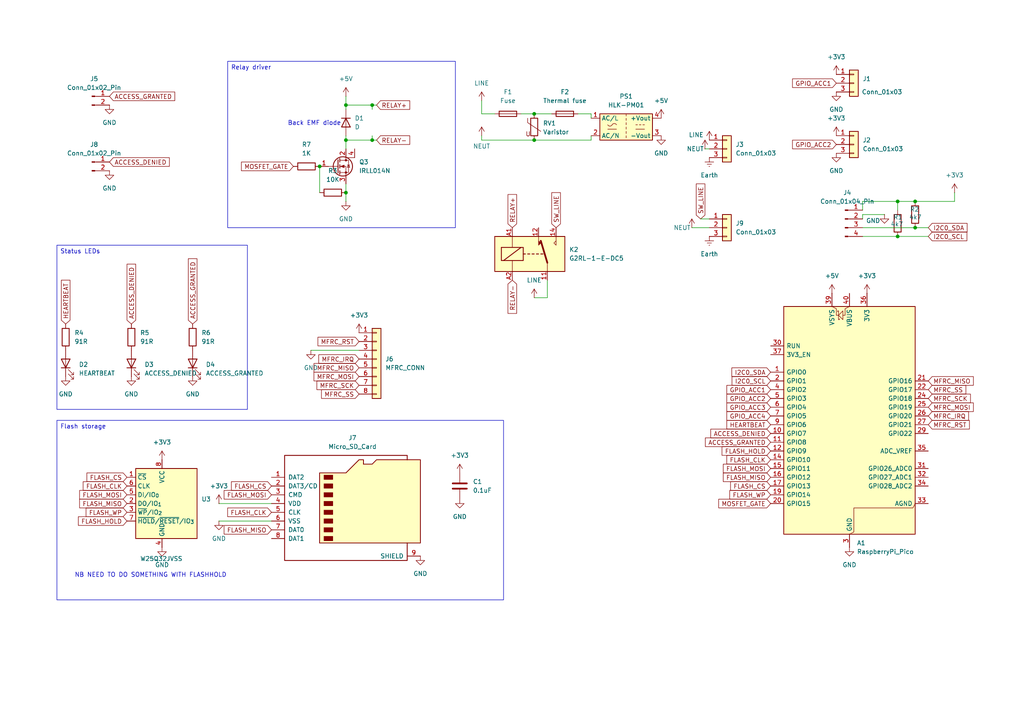
<source format=kicad_sch>
(kicad_sch (version 20250114) (generator "eeschema") (generator_version "9.0")
  (paper "A4")
  (lib_symbols
    (symbol "Connector:Conn_01x02_Pin" (pin_names (offset 1.016) (hide yes))
      (property "Reference" "J" (at 0 2.54 0))
      (property "Value" "Conn_01x02_Pin" (at 0 -5.08 0))
      (symbol "Conn_01x02_Pin_1_1"
        (rectangle (start 0.8636 0.127) (end 0 -0.127) (stroke (width 0.1524)) (fill (type outline)))
        (rectangle (start 0.8636 -2.413) (end 0 -2.667) (stroke (width 0.1524)) (fill (type outline)))
        (polyline (pts (xy 1.27 0) (xy 0.8636 0)) (stroke (width 0.1524)))
        (polyline (pts (xy 1.27 -2.54) (xy 0.8636 -2.54)) (stroke (width 0.1524)))
        (pin passive line (at 5.08 0 180) (length 3.81) (name "Pin_1") (number "1"))
        (pin passive line (at 5.08 -2.54 180) (length 3.81) (name "Pin_2") (number "2"))
      )
    )
    (symbol "Connector:Conn_01x04_Pin" (pin_names (offset 1.016) (hide yes))
      (property "Reference" "J" (at 0 5.08 0))
      (property "Value" "Conn_01x04_Pin" (at 0 -7.62 0))
      (symbol "Conn_01x04_Pin_1_1"
        (rectangle (start 0.8636 2.667) (end 0 2.413) (stroke (width 0.1524)) (fill (type outline)))
        (rectangle (start 0.8636 0.127) (end 0 -0.127) (stroke (width 0.1524)) (fill (type outline)))
        (rectangle (start 0.8636 -2.413) (end 0 -2.667) (stroke (width 0.1524)) (fill (type outline)))
        (rectangle (start 0.8636 -4.953) (end 0 -5.207) (stroke (width 0.1524)) (fill (type outline)))
        (polyline (pts (xy 1.27 2.54) (xy 0.8636 2.54)) (stroke (width 0.1524)))
        (polyline (pts (xy 1.27 0) (xy 0.8636 0)) (stroke (width 0.1524)))
        (polyline (pts (xy 1.27 -2.54) (xy 0.8636 -2.54)) (stroke (width 0.1524)))
        (polyline (pts (xy 1.27 -5.08) (xy 0.8636 -5.08)) (stroke (width 0.1524)))
        (pin passive line (at 5.08 2.54 180) (length 3.81) (name "Pin_1") (number "1"))
        (pin passive line (at 5.08 0 180) (length 3.81) (name "Pin_2") (number "2"))
        (pin passive line (at 5.08 -2.54 180) (length 3.81) (name "Pin_3") (number "3"))
        (pin passive line (at 5.08 -5.08 180) (length 3.81) (name "Pin_4") (number "4"))
      )
    )
    (symbol "Connector:Micro_SD_Card" (pin_names (offset 1.016))
      (property "Reference" "J" (at -16.51 15.24 0))
      (property "Value" "Micro_SD_Card" (at 16.51 15.24 0))
      (symbol "Micro_SD_Card_0_1"
        (polyline (pts (xy -8.89 -11.43) (xy -8.89 8.89) (xy -1.27 8.89) (xy 2.54 12.7) (xy 3.81 12.7) (xy 3.81 11.43) (xy 6.35 11.43) (xy 7.62 12.7) (xy 20.32 12.7) (xy 20.32 -11.43) (xy -8.89 -11.43)) (stroke (width 0.254)) (fill (type background)))
        (rectangle (start -7.62 8.255) (end -5.08 6.985) (fill (type outline)))
        (rectangle (start -7.62 5.715) (end -5.08 4.445) (fill (type outline)))
        (rectangle (start -7.62 3.175) (end -5.08 1.905) (fill (type outline)))
        (rectangle (start -7.62 0.635) (end -5.08 -0.635) (fill (type outline)))
        (rectangle (start -7.62 -1.905) (end -5.08 -3.175) (fill (type outline)))
        (rectangle (start -7.62 -4.445) (end -5.08 -5.715) (fill (type outline)))
        (rectangle (start -7.62 -6.985) (end -5.08 -8.255) (fill (type outline)))
        (rectangle (start -7.62 -9.525) (end -5.08 -10.795) (fill (type outline)))
        (polyline (pts (xy 16.51 12.7) (xy 16.51 13.97) (xy -19.05 13.97) (xy -19.05 -16.51) (xy 16.51 -16.51) (xy 16.51 -11.43)) (stroke (width 0.254)))
      )
      (symbol "Micro_SD_Card_1_1"
        (pin bidirectional line (at -22.86 7.62 0) (length 3.81) (name "DAT2") (number "1"))
        (pin bidirectional line (at -22.86 5.08 0) (length 3.81) (name "DAT3/CD") (number "2"))
        (pin input line (at -22.86 2.54 0) (length 3.81) (name "CMD") (number "3"))
        (pin power_in line (at -22.86 0 0) (length 3.81) (name "VDD") (number "4"))
        (pin input line (at -22.86 -2.54 0) (length 3.81) (name "CLK") (number "5"))
        (pin power_in line (at -22.86 -5.08 0) (length 3.81) (name "VSS") (number "6"))
        (pin bidirectional line (at -22.86 -7.62 0) (length 3.81) (name "DAT0") (number "7"))
        (pin bidirectional line (at -22.86 -10.16 0) (length 3.81) (name "DAT1") (number "8"))
        (pin passive line (at 20.32 -15.24 180) (length 3.81) (name "SHIELD") (number "9"))
      )
    )
    (symbol "Connector_Generic:Conn_01x03" (pin_names (offset 1.016) (hide yes))
      (property "Reference" "J" (at 0 5.08 0))
      (property "Value" "Conn_01x03" (at 0 -5.08 0))
      (symbol "Conn_01x03_1_1"
        (rectangle (start -1.27 3.81) (end 1.27 -3.81) (stroke (width 0.254)) (fill (type background)))
        (rectangle (start -1.27 2.667) (end 0 2.413) (stroke (width 0.1524)))
        (rectangle (start -1.27 0.127) (end 0 -0.127) (stroke (width 0.1524)))
        (rectangle (start -1.27 -2.413) (end 0 -2.667) (stroke (width 0.1524)))
        (pin passive line (at -5.08 2.54 0) (length 3.81) (name "Pin_1") (number "1"))
        (pin passive line (at -5.08 0 0) (length 3.81) (name "Pin_2") (number "2"))
        (pin passive line (at -5.08 -2.54 0) (length 3.81) (name "Pin_3") (number "3"))
      )
    )
    (symbol "Connector_Generic:Conn_01x08" (pin_names (offset 1.016) (hide yes))
      (property "Reference" "J" (at 0 10.16 0))
      (property "Value" "Conn_01x08" (at 0 -12.7 0))
      (symbol "Conn_01x08_1_1"
        (rectangle (start -1.27 8.89) (end 1.27 -11.43) (stroke (width 0.254)) (fill (type background)))
        (rectangle (start -1.27 7.747) (end 0 7.493) (stroke (width 0.1524)))
        (rectangle (start -1.27 5.207) (end 0 4.953) (stroke (width 0.1524)))
        (rectangle (start -1.27 2.667) (end 0 2.413) (stroke (width 0.1524)))
        (rectangle (start -1.27 0.127) (end 0 -0.127) (stroke (width 0.1524)))
        (rectangle (start -1.27 -2.413) (end 0 -2.667) (stroke (width 0.1524)))
        (rectangle (start -1.27 -4.953) (end 0 -5.207) (stroke (width 0.1524)))
        (rectangle (start -1.27 -7.493) (end 0 -7.747) (stroke (width 0.1524)))
        (rectangle (start -1.27 -10.033) (end 0 -10.287) (stroke (width 0.1524)))
        (pin passive line (at -5.08 7.62 0) (length 3.81) (name "Pin_1") (number "1"))
        (pin passive line (at -5.08 5.08 0) (length 3.81) (name "Pin_2") (number "2"))
        (pin passive line (at -5.08 2.54 0) (length 3.81) (name "Pin_3") (number "3"))
        (pin passive line (at -5.08 0 0) (length 3.81) (name "Pin_4") (number "4"))
        (pin passive line (at -5.08 -2.54 0) (length 3.81) (name "Pin_5") (number "5"))
        (pin passive line (at -5.08 -5.08 0) (length 3.81) (name "Pin_6") (number "6"))
        (pin passive line (at -5.08 -7.62 0) (length 3.81) (name "Pin_7") (number "7"))
        (pin passive line (at -5.08 -10.16 0) (length 3.81) (name "Pin_8") (number "8"))
      )
    )
    (symbol "Converter_ACDC:HLK-PM01"
      (property "Reference" "PS" (at 0 5.08 0))
      (property "Value" "HLK-PM01" (at 0 -5.08 0))
      (symbol "HLK-PM01_0_1"
        (rectangle (start -7.62 3.81) (end 7.62 -3.81) (stroke (width 0.254)) (fill (type background)))
        (polyline (pts (xy -5.334 -0.635) (xy -2.794 -0.635)))
        (arc (start -4.064 0.635) (mid -4.699 0.2495) (end -5.334 0.635))
        (arc (start -4.064 0.635) (mid -3.429 1.0072) (end -2.794 0.635))
        (polyline (pts (xy 0 3.81) (xy 0 3.175)))
        (polyline (pts (xy 0 2.54) (xy 0 1.905)))
        (polyline (pts (xy 0 1.27) (xy 0 0.635)))
        (polyline (pts (xy 0 0) (xy 0 -0.635)))
        (polyline (pts (xy 0 -1.27) (xy 0 -1.905)))
        (polyline (pts (xy 0 -2.54) (xy 0 -3.175)))
        (polyline (pts (xy 2.794 0.635) (xy 3.302 0.635)))
        (polyline (pts (xy 2.794 -0.635) (xy 5.334 -0.635)))
        (polyline (pts (xy 3.81 0.635) (xy 4.318 0.635)))
        (polyline (pts (xy 4.826 0.635) (xy 5.334 0.635)))
      )
      (symbol "HLK-PM01_1_1"
        (pin power_in line (at -10.16 2.54 0) (length 2.54) (name "AC/L") (number "1"))
        (pin power_in line (at -10.16 -2.54 0) (length 2.54) (name "AC/N") (number "2"))
        (pin power_out line (at 10.16 2.54 180) (length 2.54) (name "+Vout") (number "4"))
        (pin power_out line (at 10.16 -2.54 180) (length 2.54) (name "-Vout") (number "3"))
      )
    )
    (symbol "Device:C" (pin_numbers (hide yes)) (pin_names (offset 0.254))
      (property "Reference" "C" (at 0.635 2.54 0))
      (property "Value" "C" (at 0.635 -2.54 0))
      (symbol "C_0_1"
        (polyline (pts (xy -2.032 0.762) (xy 2.032 0.762)) (stroke (width 0.508)))
        (polyline (pts (xy -2.032 -0.762) (xy 2.032 -0.762)) (stroke (width 0.508)))
      )
      (symbol "C_1_1"
        (pin passive line (at 0 3.81 270) (length 2.794) (name "~") (number "1"))
        (pin passive line (at 0 -3.81 90) (length 2.794) (name "~") (number "2"))
      )
    )
    (symbol "Device:D" (pin_numbers (hide yes)) (pin_names (offset 1.016) (hide yes))
      (property "Reference" "D" (at 0 2.54 0))
      (property "Value" "D" (at 0 -2.54 0))
      (symbol "D_0_1"
        (polyline (pts (xy -1.27 1.27) (xy -1.27 -1.27)) (stroke (width 0.254)))
        (polyline (pts (xy 1.27 1.27) (xy 1.27 -1.27) (xy -1.27 0) (xy 1.27 1.27)) (stroke (width 0.254)))
        (polyline (pts (xy 1.27 0) (xy -1.27 0)))
      )
      (symbol "D_1_1"
        (pin passive line (at -3.81 0 0) (length 2.54) (name "K") (number "1"))
        (pin passive line (at 3.81 0 180) (length 2.54) (name "A") (number "2"))
      )
    )
    (symbol "Device:Fuse" (pin_numbers (hide yes)) (pin_names (offset 0))
      (property "Reference" "F" (at 2.032 0 90))
      (property "Value" "Fuse" (at -1.905 0 90))
      (symbol "Fuse_0_1"
        (rectangle (start -0.762 -2.54) (end 0.762 2.54) (stroke (width 0.254)))
        (polyline (pts (xy 0 2.54) (xy 0 -2.54)))
      )
      (symbol "Fuse_1_1"
        (pin passive line (at 0 3.81 270) (length 1.27) (name "~") (number "1"))
        (pin passive line (at 0 -3.81 90) (length 1.27) (name "~") (number "2"))
      )
    )
    (symbol "Device:LED" (pin_numbers (hide yes)) (pin_names (offset 1.016) (hide yes))
      (property "Reference" "D" (at 0 2.54 0))
      (property "Value" "LED" (at 0 -2.54 0))
      (symbol "LED_0_1"
        (polyline (pts (xy -3.048 -0.762) (xy -4.572 -2.286) (xy -3.81 -2.286) (xy -4.572 -2.286) (xy -4.572 -1.524)))
        (polyline (pts (xy -1.778 -0.762) (xy -3.302 -2.286) (xy -2.54 -2.286) (xy -3.302 -2.286) (xy -3.302 -1.524)))
        (polyline (pts (xy -1.27 0) (xy 1.27 0)))
        (polyline (pts (xy -1.27 -1.27) (xy -1.27 1.27)) (stroke (width 0.254)))
        (polyline (pts (xy 1.27 -1.27) (xy 1.27 1.27) (xy -1.27 0) (xy 1.27 -1.27)) (stroke (width 0.254)))
      )
      (symbol "LED_1_1"
        (pin passive line (at -3.81 0 0) (length 2.54) (name "K") (number "1"))
        (pin passive line (at 3.81 0 180) (length 2.54) (name "A") (number "2"))
      )
    )
    (symbol "Device:R" (pin_numbers (hide yes)) (pin_names (offset 0))
      (property "Reference" "R" (at 2.032 0 90))
      (property "Value" "R" (at 0 0 90))
      (symbol "R_0_1"
        (rectangle (start -1.016 -2.54) (end 1.016 2.54) (stroke (width 0.254)))
      )
      (symbol "R_1_1"
        (pin passive line (at 0 3.81 270) (length 1.27) (name "~") (number "1"))
        (pin passive line (at 0 -3.81 90) (length 1.27) (name "~") (number "2"))
      )
    )
    (symbol "Device:Varistor" (pin_numbers (hide yes)) (pin_names (offset 0))
      (property "Reference" "RV" (at 3.175 0 90))
      (property "Value" "Varistor" (at -3.175 0 90))
      (symbol "Varistor_0_0"
        (text "U" (at -1.778 -2.032 0) (effects (font (size 1.27 1.27))))
      )
      (symbol "Varistor_0_1"
        (polyline (pts (xy -1.905 2.54) (xy -1.905 1.27) (xy 1.905 -1.27)))
        (rectangle (start -1.016 -2.54) (end 1.016 2.54) (stroke (width 0.254)))
      )
      (symbol "Varistor_1_1"
        (pin passive line (at 0 3.81 270) (length 1.27) (name "~") (number "1"))
        (pin passive line (at 0 -3.81 90) (length 1.27) (name "~") (number "2"))
      )
    )
    (symbol "MCU_Module:RaspberryPi_Pico" (pin_names (offset 0.762))
      (property "Reference" "A" (at -19.05 35.56 0))
      (property "Value" "RaspberryPi_Pico" (at 7.62 35.56 0))
      (symbol "RaspberryPi_Pico_0_1"
        (rectangle (start -19.05 34.29) (end 19.05 -31.75) (stroke (width 0.254)) (fill (type background)))
        (polyline (pts (xy -5.08 34.29) (xy -3.81 33.655) (xy -3.81 31.75) (xy -3.175 31.75)))
        (polyline (pts (xy -3.429 32.766) (xy -3.429 33.02) (xy -3.175 33.02) (xy -3.175 30.48) (xy -2.921 30.48) (xy -2.921 30.734)))
        (polyline (pts (xy -3.175 31.75) (xy -1.905 33.02) (xy -1.905 30.48) (xy -3.175 31.75)))
        (polyline (pts (xy 0 34.29) (xy -1.27 33.655) (xy -1.27 31.75) (xy -1.905 31.75)))
        (polyline (pts (xy 0 -31.75) (xy 1.27 -31.115) (xy 1.27 -24.13) (xy 18.415 -24.13) (xy 19.05 -22.86)))
      )
      (symbol "RaspberryPi_Pico_1_1"
        (pin passive line (at -22.86 22.86 0) (length 3.81) (name "RUN") (number "30"))
        (pin passive line (at -22.86 20.32 0) (length 3.81) (name "3V3_EN") (number "37"))
        (pin bidirectional line (at -22.86 15.24 0) (length 3.81) (name "GPIO0") (number "1"))
        (pin bidirectional line (at -22.86 12.7 0) (length 3.81) (name "GPIO1") (number "2"))
        (pin bidirectional line (at -22.86 10.16 0) (length 3.81) (name "GPIO2") (number "4"))
        (pin bidirectional line (at -22.86 7.62 0) (length 3.81) (name "GPIO3") (number "5"))
        (pin bidirectional line (at -22.86 5.08 0) (length 3.81) (name "GPIO4") (number "6"))
        (pin bidirectional line (at -22.86 2.54 0) (length 3.81) (name "GPIO5") (number "7"))
        (pin bidirectional line (at -22.86 0 0) (length 3.81) (name "GPIO6") (number "9"))
        (pin bidirectional line (at -22.86 -2.54 0) (length 3.81) (name "GPIO7") (number "10"))
        (pin bidirectional line (at -22.86 -5.08 0) (length 3.81) (name "GPIO8") (number "11"))
        (pin bidirectional line (at -22.86 -7.62 0) (length 3.81) (name "GPIO9") (number "12"))
        (pin bidirectional line (at -22.86 -10.16 0) (length 3.81) (name "GPIO10") (number "14"))
        (pin bidirectional line (at -22.86 -12.7 0) (length 3.81) (name "GPIO11") (number "15"))
        (pin bidirectional line (at -22.86 -15.24 0) (length 3.81) (name "GPIO12") (number "16"))
        (pin bidirectional line (at -22.86 -17.78 0) (length 3.81) (name "GPIO13") (number "17"))
        (pin bidirectional line (at -22.86 -20.32 0) (length 3.81) (name "GPIO14") (number "19"))
        (pin bidirectional line (at -22.86 -22.86 0) (length 3.81) (name "GPIO15") (number "20"))
        (pin power_in line (at -5.08 38.1 270) (length 3.81) (name "VSYS") (number "39"))
        (pin power_out line (at 0 38.1 270) (length 3.81) (name "VBUS") (number "40"))
        (pin passive line (at 0 -35.56 90) (length 3.81) (hide yes) (name "GND") (number "13"))
        (pin passive line (at 0 -35.56 90) (length 3.81) (hide yes) (name "GND") (number "18"))
        (pin passive line (at 0 -35.56 90) (length 3.81) (hide yes) (name "GND") (number "23"))
        (pin passive line (at 0 -35.56 90) (length 3.81) (hide yes) (name "GND") (number "28"))
        (pin power_out line (at 0 -35.56 90) (length 3.81) (name "GND") (number "3"))
        (pin passive line (at 0 -35.56 90) (length 3.81) (hide yes) (name "GND") (number "38"))
        (pin passive line (at 0 -35.56 90) (length 3.81) (hide yes) (name "GND") (number "8"))
        (pin power_out line (at 5.08 38.1 270) (length 3.81) (name "3V3") (number "36"))
        (pin bidirectional line (at 22.86 12.7 180) (length 3.81) (name "GPIO16") (number "21"))
        (pin bidirectional line (at 22.86 10.16 180) (length 3.81) (name "GPIO17") (number "22"))
        (pin bidirectional line (at 22.86 7.62 180) (length 3.81) (name "GPIO18") (number "24"))
        (pin bidirectional line (at 22.86 5.08 180) (length 3.81) (name "GPIO19") (number "25"))
        (pin bidirectional line (at 22.86 2.54 180) (length 3.81) (name "GPIO20") (number "26"))
        (pin bidirectional line (at 22.86 0 180) (length 3.81) (name "GPIO21") (number "27"))
        (pin bidirectional line (at 22.86 -2.54 180) (length 3.81) (name "GPIO22") (number "29"))
        (pin power_in line (at 22.86 -7.62 180) (length 3.81) (name "ADC_VREF") (number "35"))
        (pin bidirectional line (at 22.86 -12.7 180) (length 3.81) (name "GPIO26_ADC0") (number "31"))
        (pin bidirectional line (at 22.86 -15.24 180) (length 3.81) (name "GPIO27_ADC1") (number "32"))
        (pin bidirectional line (at 22.86 -17.78 180) (length 3.81) (name "GPIO28_ADC2") (number "34"))
        (pin power_out line (at 22.86 -22.86 180) (length 3.81) (name "AGND") (number "33"))
      )
    )
    (symbol "Memory_Flash:W25Q32JVSS"
      (property "Reference" "U" (at -6.35 11.43 0))
      (property "Value" "W25Q32JVSS" (at 7.62 11.43 0))
      (symbol "W25Q32JVSS_0_1"
        (rectangle (start -7.62 10.16) (end 10.16 -10.16) (stroke (width 0.254)) (fill (type background)))
      )
      (symbol "W25Q32JVSS_1_1"
        (pin input line (at -10.16 7.62 0) (length 2.54) (name "~{CS}") (number "1"))
        (pin input line (at -10.16 5.08 0) (length 2.54) (name "CLK") (number "6"))
        (pin bidirectional line (at -10.16 2.54 0) (length 2.54) (name "DI/IO_{0}") (number "5"))
        (pin bidirectional line (at -10.16 0 0) (length 2.54) (name "DO/IO_{1}") (number "2"))
        (pin bidirectional line (at -10.16 -2.54 0) (length 2.54) (name "~{WP}/IO_{2}") (number "3"))
        (pin bidirectional line (at -10.16 -5.08 0) (length 2.54) (name "~{HOLD}/~{RESET}/IO_{3}") (number "7"))
        (pin power_in line (at 0 12.7 270) (length 2.54) (name "VCC") (number "8"))
        (pin power_in line (at 0 -12.7 90) (length 2.54) (name "GND") (number "4"))
      )
    )
    (symbol "Relay:Relay_SPDT"
      (property "Reference" "K" (at 11.43 3.81 0))
      (property "Value" "Relay_SPDT" (at 11.43 1.27 0))
      (symbol "Relay_SPDT_0_0"
        (polyline (pts (xy 7.62 5.08) (xy 7.62 2.54) (xy 6.985 3.175) (xy 7.62 3.81)))
      )
      (symbol "Relay_SPDT_0_1"
        (rectangle (start -10.16 5.08) (end 10.16 -5.08) (stroke (width 0.254)) (fill (type background)))
        (rectangle (start -8.255 1.905) (end -1.905 -1.905) (stroke (width 0.254)))
        (polyline (pts (xy -7.62 -1.905) (xy -2.54 1.905)) (stroke (width 0.254)))
        (polyline (pts (xy -5.08 5.08) (xy -5.08 1.905)))
        (polyline (pts (xy -5.08 -5.08) (xy -5.08 -1.905)))
        (polyline (pts (xy -1.905 0) (xy -1.27 0)) (stroke (width 0.254)))
        (polyline (pts (xy -0.635 0) (xy 0 0)) (stroke (width 0.254)))
        (polyline (pts (xy 0.635 0) (xy 1.27 0)) (stroke (width 0.254)))
        (polyline (pts (xy 1.905 0) (xy 2.54 0)) (stroke (width 0.254)))
        (polyline (pts (xy 2.54 5.08) (xy 2.54 2.54) (xy 3.175 3.175) (xy 2.54 3.81)) (fill (type outline)))
        (polyline (pts (xy 3.175 0) (xy 3.81 0)) (stroke (width 0.254)))
        (polyline (pts (xy 5.08 -2.54) (xy 3.175 3.81)) (stroke (width 0.508)))
        (polyline (pts (xy 5.08 -2.54) (xy 5.08 -5.08)))
      )
      (symbol "Relay_SPDT_1_1"
        (pin passive line (at -5.08 7.62 270) (length 2.54) (name "~") (number "A1"))
        (pin passive line (at -5.08 -7.62 90) (length 2.54) (name "~") (number "A2"))
        (pin passive line (at 2.54 7.62 270) (length 2.54) (name "~") (number "12"))
        (pin passive line (at 5.08 -7.62 90) (length 2.54) (name "~") (number "11"))
        (pin passive line (at 7.62 7.62 270) (length 2.54) (name "~") (number "14"))
      )
    )
    (symbol "Transistor_FET:Q_NMOS_GDSD" (pin_names (offset 0) (hide yes))
      (property "Reference" "Q" (at 5.08 1.905 0))
      (property "Value" "Q_NMOS_GDSD" (at 5.08 0 0))
      (symbol "Q_NMOS_GDSD_0_1"
        (polyline (pts (xy 0.254 1.905) (xy 0.254 -1.905)) (stroke (width 0.254)))
        (polyline (pts (xy 0.254 0) (xy -2.54 0)))
        (polyline (pts (xy 0.762 2.286) (xy 0.762 1.27)) (stroke (width 0.254)))
        (polyline (pts (xy 0.762 0.508) (xy 0.762 -0.508)) (stroke (width 0.254)))
        (polyline (pts (xy 0.762 -1.27) (xy 0.762 -2.286)) (stroke (width 0.254)))
        (polyline (pts (xy 0.762 -1.778) (xy 3.302 -1.778) (xy 3.302 1.778) (xy 0.762 1.778)))
        (polyline (pts (xy 1.016 0) (xy 2.032 0.381) (xy 2.032 -0.381) (xy 1.016 0)) (fill (type outline)))
        (circle (center 1.651 0) (radius 2.794) (stroke (width 0.254)))
        (circle (center 2.54 1.778) (radius 0.254) (fill (type outline)))
        (circle (center 2.54 -1.778) (radius 0.254) (fill (type outline)))
        (polyline (pts (xy 2.54 -2.54) (xy 2.54 0) (xy 0.762 0)))
        (polyline (pts (xy 2.921 0.381) (xy 3.683 0.381)))
        (polyline (pts (xy 3.302 0.381) (xy 2.921 -0.254) (xy 3.683 -0.254) (xy 3.302 0.381)))
        (polyline (pts (xy 5.08 2.54) (xy 2.54 2.54) (xy 2.54 1.778)))
      )
      (symbol "Q_NMOS_GDSD_1_1"
        (pin input line (at -5.08 0 0) (length 2.54) (name "G") (number "1"))
        (pin passive line (at 2.54 5.08 270) (length 2.54) (name "D") (number "2"))
        (pin passive line (at 2.54 -5.08 90) (length 2.54) (name "S") (number "3"))
        (pin passive line (at 5.08 5.08 270) (length 2.54) (name "D") (number "4"))
      )
    )
    (symbol "power:+3V3" (power) (pin_numbers (hide yes)) (pin_names (offset 0) (hide yes))
      (property "Value" "+3V3" (at 0 3.556 0))
      (symbol "+3V3_0_1"
        (polyline (pts (xy -0.762 1.27) (xy 0 2.54)))
        (polyline (pts (xy 0 2.54) (xy 0.762 1.27)))
        (polyline (pts (xy 0 0) (xy 0 2.54)))
      )
      (symbol "+3V3_1_1"
        (pin power_in line (at 0 0 90) (length 0) (name "~") (number "1"))
      )
    )
    (symbol "power:+5V" (power) (pin_numbers (hide yes)) (pin_names (offset 0) (hide yes))
      (property "Value" "+5V" (at 0 3.556 0))
      (symbol "+5V_0_1"
        (polyline (pts (xy -0.762 1.27) (xy 0 2.54)))
        (polyline (pts (xy 0 2.54) (xy 0.762 1.27)))
        (polyline (pts (xy 0 0) (xy 0 2.54)))
      )
      (symbol "+5V_1_1"
        (pin power_in line (at 0 0 90) (length 0) (name "~") (number "1"))
      )
    )
    (symbol "power:Earth" (power) (pin_numbers (hide yes)) (pin_names (offset 0) (hide yes))
      (property "Value" "Earth" (at 0 -3.81 0))
      (symbol "Earth_0_1"
        (polyline (pts (xy -0.635 -1.905) (xy 0.635 -1.905)))
        (polyline (pts (xy -0.127 -2.54) (xy 0.127 -2.54)))
        (polyline (pts (xy 0 -1.27) (xy 0 0)))
        (polyline (pts (xy 1.27 -1.27) (xy -1.27 -1.27)))
      )
      (symbol "Earth_1_1"
        (pin power_in line (at 0 0 270) (length 0) (name "~") (number "1"))
      )
    )
    (symbol "power:GND" (power) (pin_numbers (hide yes)) (pin_names (offset 0) (hide yes))
      (property "Value" "GND" (at 0 -3.81 0))
      (symbol "GND_0_1"
        (polyline (pts (xy 0 0) (xy 0 -1.27) (xy 1.27 -1.27) (xy 0 -2.54) (xy -1.27 -1.27) (xy 0 -1.27)))
      )
      (symbol "GND_1_1"
        (pin power_in line (at 0 0 270) (length 0) (name "~") (number "1"))
      )
    )
    (symbol "power:LINE" (power) (pin_numbers (hide yes)) (pin_names (offset 0) (hide yes))
      (property "Value" "LINE" (at 0 3.556 0))
      (symbol "LINE_0_1"
        (polyline (pts (xy -0.762 1.27) (xy 0 2.54)))
        (polyline (pts (xy 0 2.54) (xy 0.762 1.27)))
        (polyline (pts (xy 0 0) (xy 0 2.54)))
      )
      (symbol "LINE_1_1"
        (pin power_in line (at 0 0 90) (length 0) (name "~") (number "1"))
      )
    )
    (symbol "power:NEUT" (power) (pin_numbers (hide yes)) (pin_names (offset 0) (hide yes))
      (property "Value" "NEUT" (at 0 3.556 0))
      (symbol "NEUT_0_1"
        (polyline (pts (xy -0.762 1.27) (xy 0 2.54)))
        (polyline (pts (xy 0 2.54) (xy 0.762 1.27)))
        (polyline (pts (xy 0 0) (xy 0 2.54)))
      )
      (symbol "NEUT_1_1"
        (pin power_in line (at 0 0 90) (length 0) (name "~") (number "1"))
      )
    )
  )
  (text "NB NEED TO DO SOMETHING WITH FLASHHOLD" (at 43.688 166.878 0) (effects (font (size 1.27 1.27))))
  (text "Back EMF diode" (at 91.186 35.814 0) (effects (font (size 1.27 1.27))))
  (text_box "Status LEDs" (at 16.51 71.12 0) (size 55.245 47.625) (margins 0.9525 0.9525 0.9525 0.9525) (effects (font (size 1.27 1.27)) (justify left top)))
  (text_box "Relay driver" (at 66.04 17.78 0) (size 66.04 48.26) (margins 0.9525 0.9525 0.9525 0.9525) (effects (font (size 1.27 1.27)) (justify left top)))
  (text_box "Flash storage" (at 16.51 121.92 0) (size 129.54 52.07) (margins 0.9525 0.9525 0.9525 0.9525) (effects (font (size 1.27 1.27)) (justify left top)))
  (junction (at 100.33 40.64))
  (junction (at 154.94 40.64))
  (junction (at 260.35 68.58))
  (junction (at 154.94 33.02))
  (junction (at 92.71 48.26))
  (junction (at 265.43 66.04))
  (junction (at 100.33 30.48))
  (junction (at 265.43 58.42))
  (junction (at 260.35 58.42))
  (junction (at 107.95 40.64))
  (junction (at 100.33 55.88))
  (junction (at 107.95 30.48))
  (wire (pts (xy 154.94 40.64) (xy 171.45 40.64)))
  (wire (pts (xy 154.94 33.02) (xy 160.02 33.02)))
  (wire (pts (xy 100.33 40.64) (xy 100.33 39.37)))
  (wire (pts (xy 250.19 68.58) (xy 260.35 68.58)))
  (wire (pts (xy 151.13 33.02) (xy 154.94 33.02)))
  (wire (pts (xy 260.35 60.96) (xy 260.35 58.42)))
  (wire (pts (xy 139.7 29.21) (xy 139.7 33.02)))
  (wire (pts (xy 167.64 33.02) (xy 171.45 33.02)))
  (wire (pts (xy 260.35 58.42) (xy 265.43 58.42)))
  (wire (pts (xy 265.43 66.04) (xy 269.24 66.04)))
  (wire (pts (xy 171.45 33.02) (xy 171.45 34.29)))
  (wire (pts (xy 63.5 146.05) (xy 78.74 146.05)))
  (wire (pts (xy 100.33 30.48) (xy 100.33 31.75)))
  (wire (pts (xy 92.71 48.26) (xy 92.71 55.88)))
  (wire (pts (xy 63.5 151.13) (xy 78.74 151.13)))
  (wire (pts (xy 154.94 86.36) (xy 158.75 86.36)))
  (wire (pts (xy 90.17 101.6) (xy 104.14 101.6)))
  (wire (pts (xy 200.66 66.04) (xy 205.74 66.04)))
  (wire (pts (xy 276.86 58.42) (xy 265.43 58.42)))
  (wire (pts (xy 139.7 33.02) (xy 143.51 33.02)))
  (wire (pts (xy 204.47 43.18) (xy 205.74 43.18)))
  (wire (pts (xy 171.45 39.37) (xy 171.45 40.64)))
  (wire (pts (xy 250.19 62.23) (xy 256.54 62.23)))
  (wire (pts (xy 250.19 63.5) (xy 250.19 62.23)))
  (wire (pts (xy 107.95 39.37) (xy 107.95 40.64)))
  (wire (pts (xy 107.95 30.48) (xy 100.33 30.48)))
  (wire (pts (xy 276.86 55.88) (xy 276.86 58.42)))
  (wire (pts (xy 100.33 58.42) (xy 100.33 55.88)))
  (wire (pts (xy 250.19 58.42) (xy 250.19 60.96)))
  (wire (pts (xy 100.33 40.64) (xy 107.95 40.64)))
  (wire (pts (xy 203.2 63.5) (xy 205.74 63.5)))
  (wire (pts (xy 154.94 40.64) (xy 139.7 40.64)))
  (wire (pts (xy 107.95 40.64) (xy 109.22 40.64)))
  (wire (pts (xy 100.33 55.88) (xy 100.33 53.34)))
  (wire (pts (xy 100.33 27.94) (xy 100.33 30.48)))
  (wire (pts (xy 158.75 86.36) (xy 158.75 81.28)))
  (wire (pts (xy 100.33 40.64) (xy 100.33 43.18)))
  (wire (pts (xy 139.7 40.64) (xy 139.7 39.37)))
  (wire (pts (xy 107.95 30.48) (xy 107.95 31.75)))
  (wire (pts (xy 109.22 30.48) (xy 107.95 30.48)))
  (wire (pts (xy 260.35 58.42) (xy 250.19 58.42)))
  (wire (pts (xy 260.35 68.58) (xy 269.24 68.58)))
  (wire (pts (xy 250.19 66.04) (xy 265.43 66.04)))
  (global_label "MFRC_IRQ" (shape input) (at 269.24 120.65 0) (property "Intersheetrefs" "${INTERSHEET_REFS}" (effects (hide yes))))
  (global_label "RELAY-" (shape input) (at 109.22 40.64 0) (property "Intersheetrefs" "${INTERSHEET_REFS}" (effects (hide yes))))
  (global_label "HEARTBEAT" (shape input) (at 223.52 123.19 180) (property "Intersheetrefs" "${INTERSHEET_REFS}" (effects (hide yes))))
  (global_label "MOSFET_GATE" (shape input) (at 85.09 48.26 180) (property "Intersheetrefs" "${INTERSHEET_REFS}" (effects (hide yes))))
  (global_label "ACCESS_DENIED" (shape input) (at 38.1 93.98 90) (property "Intersheetrefs" "${INTERSHEET_REFS}" (effects (hide yes))))
  (global_label "GPIO_ACC1" (shape input) (at 223.52 113.03 180) (property "Intersheetrefs" "${INTERSHEET_REFS}" (effects (hide yes))))
  (global_label "MFRC_RST" (shape input) (at 269.24 123.19 0) (property "Intersheetrefs" "${INTERSHEET_REFS}" (effects (hide yes))))
  (global_label "GPIO_ACC2" (shape input) (at 242.57 41.91 180) (property "Intersheetrefs" "${INTERSHEET_REFS}" (effects (hide yes))))
  (global_label "MFRC_MISO" (shape input) (at 104.14 106.68 180) (property "Intersheetrefs" "${INTERSHEET_REFS}" (effects (hide yes))))
  (global_label "I2C0_SDA" (shape input) (at 223.52 107.95 180) (property "Intersheetrefs" "${INTERSHEET_REFS}" (effects (hide yes))))
  (global_label "MFRC_SCK" (shape input) (at 104.14 111.76 180) (property "Intersheetrefs" "${INTERSHEET_REFS}" (effects (hide yes))))
  (global_label "ACCESS_DENIED" (shape input) (at 31.75 46.99 0) (property "Intersheetrefs" "${INTERSHEET_REFS}" (effects (hide yes))))
  (global_label "GPIO_ACC3" (shape input) (at 223.52 118.11 180) (property "Intersheetrefs" "${INTERSHEET_REFS}" (effects (hide yes))))
  (global_label "FLASH_CLK" (shape input) (at 36.83 140.97 180) (property "Intersheetrefs" "${INTERSHEET_REFS}" (effects (hide yes))))
  (global_label "MFRC_SCK" (shape input) (at 269.24 115.57 0) (property "Intersheetrefs" "${INTERSHEET_REFS}" (effects (hide yes))))
  (global_label "FLASH_HOLD" (shape input) (at 223.52 130.81 180) (property "Intersheetrefs" "${INTERSHEET_REFS}" (effects (hide yes))))
  (global_label "MFRC_IRQ" (shape input) (at 104.14 104.14 180) (property "Intersheetrefs" "${INTERSHEET_REFS}" (effects (hide yes))))
  (global_label "FLASH_MISO" (shape input) (at 223.52 138.43 180) (property "Intersheetrefs" "${INTERSHEET_REFS}" (effects (hide yes))))
  (global_label "FLASH_CS" (shape input) (at 36.83 138.43 180) (property "Intersheetrefs" "${INTERSHEET_REFS}" (effects (hide yes))))
  (global_label "ACCESS_GRANTED" (shape input) (at 31.75 27.94 0) (property "Intersheetrefs" "${INTERSHEET_REFS}" (effects (hide yes))))
  (global_label "SW_LINE" (shape input) (at 203.2 63.5 90) (property "Intersheetrefs" "${INTERSHEET_REFS}" (effects (hide yes))))
  (global_label "FLASH_MOSI" (shape input) (at 78.74 143.51 180) (property "Intersheetrefs" "${INTERSHEET_REFS}" (effects (hide yes))))
  (global_label "FLASH_CS" (shape input) (at 223.52 140.97 180) (property "Intersheetrefs" "${INTERSHEET_REFS}" (effects (hide yes))))
  (global_label "GPIO_ACC1" (shape input) (at 242.57 24.13 180) (property "Intersheetrefs" "${INTERSHEET_REFS}" (effects (hide yes))))
  (global_label "ACCESS_DENIED" (shape input) (at 223.52 125.73 180) (property "Intersheetrefs" "${INTERSHEET_REFS}" (effects (hide yes))))
  (global_label "FLASH_CS" (shape input) (at 78.74 140.97 180) (property "Intersheetrefs" "${INTERSHEET_REFS}" (effects (hide yes))))
  (global_label "MFRC_SS" (shape input) (at 269.24 113.03 0) (property "Intersheetrefs" "${INTERSHEET_REFS}" (effects (hide yes))))
  (global_label "FLASH_MISO" (shape input) (at 78.74 153.67 180) (property "Intersheetrefs" "${INTERSHEET_REFS}" (effects (hide yes))))
  (global_label "ACCESS_GRANTED" (shape input) (at 223.52 128.27 180) (property "Intersheetrefs" "${INTERSHEET_REFS}" (effects (hide yes))))
  (global_label "RELAY+" (shape input) (at 109.22 30.48 0) (property "Intersheetrefs" "${INTERSHEET_REFS}" (effects (hide yes))))
  (global_label "I2C0_SDA" (shape input) (at 269.24 66.04 0) (property "Intersheetrefs" "${INTERSHEET_REFS}" (effects (hide yes))))
  (global_label "FLASH_CLK" (shape input) (at 223.52 133.35 180) (property "Intersheetrefs" "${INTERSHEET_REFS}" (effects (hide yes))))
  (global_label "I2C0_SCL" (shape input) (at 223.52 110.49 180) (property "Intersheetrefs" "${INTERSHEET_REFS}" (effects (hide yes))))
  (global_label "GPIO_ACC4" (shape input) (at 223.52 120.65 180) (property "Intersheetrefs" "${INTERSHEET_REFS}" (effects (hide yes))))
  (global_label "MFRC_SS" (shape input) (at 104.14 114.3 180) (property "Intersheetrefs" "${INTERSHEET_REFS}" (effects (hide yes))))
  (global_label "FLASH_MISO" (shape input) (at 36.83 146.05 180) (property "Intersheetrefs" "${INTERSHEET_REFS}" (effects (hide yes))))
  (global_label "MFRC_MISO" (shape input) (at 269.24 110.49 0) (property "Intersheetrefs" "${INTERSHEET_REFS}" (effects (hide yes))))
  (global_label "FLASH_HOLD" (shape input) (at 36.83 151.13 180) (property "Intersheetrefs" "${INTERSHEET_REFS}" (effects (hide yes))))
  (global_label "FLASH_WP" (shape input) (at 36.83 148.59 180) (property "Intersheetrefs" "${INTERSHEET_REFS}" (effects (hide yes))))
  (global_label "RELAY+" (shape input) (at 148.59 66.04 90) (property "Intersheetrefs" "${INTERSHEET_REFS}" (effects (hide yes))))
  (global_label "I2C0_SCL" (shape input) (at 269.24 68.58 0) (property "Intersheetrefs" "${INTERSHEET_REFS}" (effects (hide yes))))
  (global_label "SW_LINE" (shape input) (at 161.29 66.04 90) (property "Intersheetrefs" "${INTERSHEET_REFS}" (effects (hide yes))))
  (global_label "FLASH_MOSI" (shape input) (at 36.83 143.51 180) (property "Intersheetrefs" "${INTERSHEET_REFS}" (effects (hide yes))))
  (global_label "FLASH_CLK" (shape input) (at 78.74 148.59 180) (property "Intersheetrefs" "${INTERSHEET_REFS}" (effects (hide yes))))
  (global_label "ACCESS_GRANTED" (shape input) (at 55.88 93.98 90) (property "Intersheetrefs" "${INTERSHEET_REFS}" (effects (hide yes))))
  (global_label "GPIO_ACC2" (shape input) (at 223.52 115.57 180) (property "Intersheetrefs" "${INTERSHEET_REFS}" (effects (hide yes))))
  (global_label "FLASH_WP" (shape input) (at 223.52 143.51 180) (property "Intersheetrefs" "${INTERSHEET_REFS}" (effects (hide yes))))
  (global_label "HEARTBEAT" (shape input) (at 19.05 93.98 90) (property "Intersheetrefs" "${INTERSHEET_REFS}" (effects (hide yes))))
  (global_label "FLASH_MOSI" (shape input) (at 223.52 135.89 180) (property "Intersheetrefs" "${INTERSHEET_REFS}" (effects (hide yes))))
  (global_label "MFRC_MOSI" (shape input) (at 269.24 118.11 0) (property "Intersheetrefs" "${INTERSHEET_REFS}" (effects (hide yes))))
  (global_label "MFRC_MOSI" (shape input) (at 104.14 109.22 180) (property "Intersheetrefs" "${INTERSHEET_REFS}" (effects (hide yes))))
  (global_label "MFRC_RST" (shape input) (at 104.14 99.06 180) (property "Intersheetrefs" "${INTERSHEET_REFS}" (effects (hide yes))))
  (global_label "MOSFET_GATE" (shape input) (at 223.52 146.05 180) (property "Intersheetrefs" "${INTERSHEET_REFS}" (effects (hide yes))))
  (global_label "RELAY-" (shape input) (at 148.59 81.28 270) (property "Intersheetrefs" "${INTERSHEET_REFS}" (effects (hide yes))))
  (symbol (lib_id "Device:C") (at 133.35 140.97 0) (unit 1)
    (property "Reference" "C1" (at 137.16 139.6999 0) (effects (justify left)))
    (property "Value" "0.1uF" (at 137.16 142.2399 0) (effects (justify left)))
    (property "Footprint" "Capacitor_SMD:C_1206_3216Metric_Pad1.33x1.80mm_HandSolder" (effects (hide yes)))
    (property "Description" "Unpolarized capacitor" (effects (hide yes)))
  )
  (symbol (lib_id "Relay:Relay_SPDT") (at 153.67 73.66 0) (unit 1)
    (property "Reference" "K2" (at 165.1 72.3899 0) (effects (justify left)))
    (property "Value" "G2RL-1-E-DC5" (at 165.1 74.9299 0) (effects (justify left)))
    (property "Footprint" "Relay_THT:Relay_SPDT_Omron_G2RL-1-E" (effects (hide yes)))
    (property "Datasheet" "G2RL-1-E DC5" (effects (hide yes)))
    (property "Description" "Relay SPDT, monostable, EN50005" (effects (hide yes)))
    (property "Digikey" "Z2824-ND" (effects (hide yes)))
  )
  (symbol (lib_id "Connector_Generic:Conn_01x03") (at 247.65 41.91 0) (unit 1)
    (property "Reference" "J2" (at 250.19 40.6399 0) (effects (justify left)))
    (property "Value" "Conn_01x03" (at 250.19 43.1799 0) (effects (justify left)))
    (property "Footprint" "Connector_JST:JST_XH_B3B-XH-A_1x03_P2.50mm_Vertical" (effects (hide yes)))
    (property "Description" "Generic connector, single row, 01x03, script generated (kicad-library-utils/schlib/autogen/connector/)" (effects (hide yes)))
  )
  (symbol (lib_id "Device:Fuse") (at 163.83 33.02 90) (unit 1)
    (property "Reference" "F2" (at 163.83 26.67 90))
    (property "Value" "Thermal fuse" (at 163.83 29.21 90))
    (property "Footprint" "Resistor_THT:R_Axial_DIN0204_L3.6mm_D1.6mm_P5.08mm_Horizontal" (effects (hide yes)))
    (property "Description" "SF70E 70'C thermal fuse" (effects (hide yes)))
  )
  (symbol (lib_id "power:+3V3") (at 242.57 21.59 0) (unit 1)
    (property "Reference" "#PWR04" (effects (hide yes)))
    (property "Value" "+3V3" (at 242.57 16.51 0))
    (property "Description" "Power symbol creates a global label with name \"+3V3\"" (effects (hide yes)))
  )
  (symbol (lib_id "Connector:Conn_01x02_Pin") (at 26.67 27.94 0) (unit 1)
    (property "Reference" "J5" (at 27.305 22.86 0))
    (property "Value" "Conn_01x02_Pin" (at 27.305 25.4 0))
    (property "Footprint" "Connector_JST:JST_XH_B2B-XH-A_1x02_P2.50mm_Vertical" (effects (hide yes)))
    (property "Description" "Generic connector, single row, 01x02, script generated" (effects (hide yes)))
  )
  (symbol (lib_id "Connector_Generic:Conn_01x03") (at 247.65 24.13 0) (unit 1)
    (property "Reference" "J1" (at 250.19 22.8599 0) (effects (justify left)))
    (property "Value" "Conn_01x03" (at 249.936 26.67 0) (effects (justify left)))
    (property "Footprint" "Connector_JST:JST_XH_B3B-XH-A_1x03_P2.50mm_Vertical" (effects (hide yes)))
    (property "Description" "Generic connector, single row, 01x03, script generated (kicad-library-utils/schlib/autogen/connector/)" (effects (hide yes)))
  )
  (symbol (lib_id "Converter_ACDC:HLK-PM01") (at 181.61 36.83 0) (unit 1)
    (property "Reference" "PS1" (at 181.61 27.94 0))
    (property "Value" "HLK-PM01" (at 181.61 30.48 0))
    (property "Footprint" "Converter_ACDC:Converter_ACDC_Hi-Link_HLK-PMxx" (effects (hide yes)))
    (property "Datasheet" "https://h.hlktech.com/download/ACDC%E7%94%B5%E6%BA%90%E6%A8%A1%E5%9D%973W%E7%B3%BB%E5%88%97/1/%E6%B5%B7%E5%87%8C%E7%A7%913W%E7%B3%BB%E5%88%97%E7%94%B5%E6%BA%90%E6%A8%A1%E5%9D%97%E8%A7%84%E6%A0%BC%E4%B9%A6V2.8.pdf" (effects (hide yes)))
    (property "Description" "Compact AC/DC board mount power module 3W 5V" (effects (hide yes)))
  )
  (symbol (lib_id "power:GND") (at 38.1 109.22 0) (unit 1)
    (property "Reference" "#PWR026" (effects (hide yes)))
    (property "Value" "GND" (at 38.1 114.3 0))
    (property "Description" "Power symbol creates a global label with name \"GND\" , ground" (effects (hide yes)))
  )
  (symbol (lib_id "Device:R") (at 265.43 62.23 0) (unit 1)
    (property "Reference" "R2" (at 263.906 60.706 0) (effects (justify left)))
    (property "Value" "4k7" (at 263.652 62.992 0) (effects (justify left)))
    (property "Footprint" "Resistor_SMD:R_1210_3225Metric_Pad1.30x2.65mm_HandSolder" (effects (hide yes)))
    (property "Description" "Resistor" (effects (hide yes)))
  )
  (symbol (lib_id "power:GND") (at 31.75 49.53 0) (unit 1)
    (property "Reference" "#PWR020" (effects (hide yes)))
    (property "Value" "GND" (at 31.75 54.61 0))
    (property "Description" "Power symbol creates a global label with name \"GND\" , ground" (effects (hide yes)))
  )
  (symbol (lib_id "power:GND") (at 256.54 62.23 0) (unit 1)
    (property "Reference" "#PWR024" (effects (hide yes)))
    (property "Value" "GND" (at 253.238 64.008 0))
    (property "Description" "Power symbol creates a global label with name \"GND\" , ground" (effects (hide yes)))
  )
  (symbol (lib_id "Device:R") (at 38.1 97.79 0) (unit 1)
    (property "Reference" "R5" (at 40.64 96.5199 0) (effects (justify left)))
    (property "Value" "91R" (at 40.64 99.0599 0) (effects (justify left)))
    (property "Footprint" "Resistor_SMD:R_1210_3225Metric_Pad1.30x2.65mm_HandSolder" (effects (hide yes)))
    (property "Description" "Resistor" (effects (hide yes)))
  )
  (symbol (lib_id "power:GND") (at 19.05 109.22 0) (unit 1)
    (property "Reference" "#PWR025" (effects (hide yes)))
    (property "Value" "GND" (at 19.05 114.3 0))
    (property "Description" "Power symbol creates a global label with name \"GND\" , ground" (effects (hide yes)))
  )
  (symbol (lib_id "Connector_Generic:Conn_01x03") (at 210.82 43.18 0) (unit 1)
    (property "Reference" "J3" (at 213.36 41.9099 0) (effects (justify left)))
    (property "Value" "Conn_01x03" (at 213.36 44.4499 0) (effects (justify left)))
    (property "Footprint" "TerminalBlock_MetzConnect:TerminalBlock_MetzConnect_Type073_RT02603HBLU_1x03_P5.08mm_Horizontal" (effects (hide yes)))
    (property "Description" "Generic connector, single row, 01x03, script generated (kicad-library-utils/schlib/autogen/connector/)" (effects (hide yes)))
    (property "Digikey PN" " 609-3937-ND" (effects (hide yes)))
  )
  (symbol (lib_id "power:GND") (at 31.75 30.48 0) (unit 1)
    (property "Reference" "#PWR08" (effects (hide yes)))
    (property "Value" "GND" (at 31.75 35.56 0))
    (property "Description" "Power symbol creates a global label with name \"GND\" , ground" (effects (hide yes)))
  )
  (symbol (lib_id "Device:D") (at 100.33 35.56 270) (unit 1)
    (property "Reference" "D1" (at 102.87 34.2899 90) (effects (justify left)))
    (property "Value" "D" (at 102.87 36.8299 90) (effects (justify left)))
    (property "Footprint" "Diode_SMD:D_SMA-SMB_Universal_Handsoldering" (effects (hide yes)))
    (property "Description" "Diode" (effects (hide yes)))
    (property "Sim.Device" "D" (effects (hide yes)))
    (property "Sim.Pins" "1=K 2=A" (effects (hide yes)))
  )
  (symbol (lib_id "power:GND") (at 242.57 26.67 0) (unit 1)
    (property "Reference" "#PWR06" (effects (hide yes)))
    (property "Value" "GND" (at 242.57 31.75 0))
    (property "Description" "Power symbol creates a global label with name \"GND\" , ground" (effects (hide yes)))
  )
  (symbol (lib_id "power:GND") (at 191.77 39.37 0) (unit 1)
    (property "Reference" "#PWR01" (effects (hide yes)))
    (property "Value" "GND" (at 191.77 44.45 0))
    (property "Description" "Power symbol creates a global label with name \"GND\" , ground" (effects (hide yes)))
  )
  (symbol (lib_id "Connector_Generic:Conn_01x08") (at 109.22 104.14 0) (unit 1)
    (property "Reference" "J6" (at 111.76 104.1399 0) (effects (justify left)))
    (property "Value" "MFRC_CONN" (at 111.76 106.6799 0) (effects (justify left)))
    (property "Footprint" "Connector_PinHeader_2.54mm:PinHeader_1x08_P2.54mm_Vertical" (effects (hide yes)))
    (property "Description" "Generic connector, single row, 01x08, script generated (kicad-library-utils/schlib/autogen/connector/)" (effects (hide yes)))
  )
  (symbol (lib_id "Device:R") (at 55.88 97.79 0) (unit 1)
    (property "Reference" "R6" (at 58.42 96.5199 0) (effects (justify left)))
    (property "Value" "91R" (at 58.42 99.0599 0) (effects (justify left)))
    (property "Footprint" "Resistor_SMD:R_1210_3225Metric_Pad1.30x2.65mm_HandSolder" (effects (hide yes)))
    (property "Description" "Resistor" (effects (hide yes)))
  )
  (symbol (lib_id "power:GND") (at 55.88 109.22 0) (unit 1)
    (property "Reference" "#PWR027" (effects (hide yes)))
    (property "Value" "GND" (at 55.88 114.3 0))
    (property "Description" "Power symbol creates a global label with name \"GND\" , ground" (effects (hide yes)))
  )
  (symbol (lib_id "Connector:Micro_SD_Card") (at 101.6 146.05 0) (unit 1)
    (property "Reference" "J7" (at 102.235 127 0))
    (property "Value" "Micro_SD_Card" (at 102.235 129.54 0))
    (property "Footprint" "Connector_Card:microSD_HC_Molex_104031-0811" (effects (hide yes)))
    (property "Datasheet" "https://www.we-online.com/components/products/datasheet/693072010801.pdf" (effects (hide yes)))
    (property "Description" "Micro SD Card Socket" (effects (hide yes)))
  )
  (symbol (lib_id "power:GND") (at 246.38 158.75 0) (unit 1)
    (property "Reference" "#PWR036" (effects (hide yes)))
    (property "Value" "GND" (at 246.38 163.83 0))
    (property "Description" "Power symbol creates a global label with name \"GND\" , ground" (effects (hide yes)))
  )
  (symbol (lib_id "power:Earth") (at 205.74 68.58 0) (unit 1)
    (property "Reference" "#PWR010" (effects (hide yes)))
    (property "Value" "Earth" (at 205.74 73.66 0))
    (property "Description" "Power symbol creates a global label with name \"Earth\"" (effects (hide yes)))
  )
  (symbol (lib_id "Device:Fuse") (at 147.32 33.02 90) (unit 1)
    (property "Reference" "F1" (at 147.32 26.67 90))
    (property "Value" "Fuse" (at 147.32 29.21 90))
    (property "Footprint" "Fuse:Fuseholder_Clip-5x20mm_Keystone_3517_Inline_P23.11x6.76mm_D1.70mm_Horizontal" (effects (hide yes)))
    (property "Description" "Fuse" (effects (hide yes)))
    (property "Digikey PN" "36-3517-ND" (effects (hide yes)))
  )
  (symbol (lib_id "power:LINE") (at 205.74 40.64 0) (unit 1)
    (property "Reference" "#PWR014" (effects (hide yes)))
    (property "Value" "LINE" (at 201.93 39.116 0))
    (property "Description" "Power symbol creates a global label with name \"LINE\"" (effects (hide yes)))
  )
  (symbol (lib_id "power:LINE") (at 154.94 86.36 0) (unit 1)
    (property "Reference" "#PWR09" (effects (hide yes)))
    (property "Value" "LINE" (at 154.94 81.28 0))
    (property "Description" "Power symbol creates a global label with name \"LINE\"" (effects (hide yes)))
  )
  (symbol (lib_id "power:+5V") (at 100.33 27.94 0) (unit 1)
    (property "Reference" "#PWR02" (effects (hide yes)))
    (property "Value" "+5V" (at 100.33 22.86 0))
    (property "Description" "Power symbol creates a global label with name \"+5V\"" (effects (hide yes)))
  )
  (symbol (lib_id "Device:LED") (at 38.1 105.41 90) (unit 1)
    (property "Reference" "D3" (at 41.91 105.7274 90) (effects (justify right)))
    (property "Value" "ACCESS_DENIED" (at 41.91 108.2674 90) (effects (justify right)))
    (property "Footprint" "LED_SMD:LED_1206_3216Metric_Pad1.42x1.75mm_HandSolder" (effects (hide yes)))
    (property "Description" "Light emitting diode" (effects (hide yes)))
    (property "Sim.Pins" "1=K 2=A" (effects (hide yes)))
  )
  (symbol (lib_id "Connector_Generic:Conn_01x03") (at 210.82 66.04 0) (unit 1)
    (property "Reference" "J9" (at 213.36 64.7699 0) (effects (justify left)))
    (property "Value" "Conn_01x03" (at 213.36 67.3099 0) (effects (justify left)))
    (property "Footprint" "TerminalBlock_MetzConnect:TerminalBlock_MetzConnect_Type073_RT02603HBLU_1x03_P5.08mm_Horizontal" (effects (hide yes)))
    (property "Description" "Generic connector, single row, 01x03, script generated (kicad-library-utils/schlib/autogen/connector/)" (effects (hide yes)))
    (property "Field6" "609-3937-ND" (effects (hide yes)))
  )
  (symbol (lib_id "power:NEUT") (at 200.66 66.04 0) (unit 1)
    (property "Reference" "#PWR017" (effects (hide yes)))
    (property "Value" "NEUT" (at 197.866 66.04 0))
    (property "Description" "Power symbol creates a global label with name \"NEUT\"" (effects (hide yes)))
  )
  (symbol (lib_id "power:+3V3") (at 276.86 55.88 0) (unit 1)
    (property "Reference" "#PWR021" (effects (hide yes)))
    (property "Value" "+3V3" (at 276.86 50.8 0))
    (property "Description" "Power symbol creates a global label with name \"+3V3\"" (effects (hide yes)))
  )
  (symbol (lib_id "power:GND") (at 121.92 161.29 0) (unit 1)
    (property "Reference" "#PWR037" (effects (hide yes)))
    (property "Value" "GND" (at 121.92 166.37 0))
    (property "Description" "Power symbol creates a global label with name \"GND\" , ground" (effects (hide yes)))
  )
  (symbol (lib_id "Device:Varistor") (at 154.94 36.83 0) (unit 1)
    (property "Reference" "RV1" (at 157.48 35.7532 0) (effects (justify left)))
    (property "Value" "Varistor" (at 157.48 38.2932 0) (effects (justify left)))
    (property "Footprint" "Varistor:RV_Disc_D7mm_W4.9mm_P5mm" (effects (hide yes)))
    (property "Description" "Voltage dependent resistor" (effects (hide yes)))
    (property "Sim.Name" "kicad_builtin_varistor" (effects (hide yes)))
    (property "Sim.Device" "SUBCKT" (effects (hide yes)))
    (property "Sim.Pins" "1=A 2=B" (effects (hide yes)))
    (property "Sim.Params" "threshold=1k" (effects (hide yes)))
    (property "Sim.Library" "${KICAD9_SYMBOL_DIR}/Simulation_SPICE.sp" (effects (hide yes)))
    (property "Digikey PN" "118-MOV-07D301KTR" (effects (hide yes)))
  )
  (symbol (lib_id "Device:R") (at 96.52 55.88 90) (unit 1)
    (property "Reference" "R3" (at 96.52 49.53 90))
    (property "Value" "10K" (at 96.52 52.07 90))
    (property "Footprint" "Resistor_SMD:R_1210_3225Metric_Pad1.30x2.65mm_HandSolder" (effects (hide yes)))
    (property "Description" "Resistor" (effects (hide yes)))
  )
  (symbol (lib_id "Memory_Flash:W25Q32JVSS") (at 46.99 146.05 0) (unit 1)
    (property "Reference" "U3" (at 58.42 144.7799 0) (effects (justify left)))
    (property "Value" "W25Q32JVSS" (at 40.64 162.052 0) (effects (justify left)))
    (property "Footprint" "Package_SO:SOIC-8_5.3x5.3mm_P1.27mm" (effects (hide yes)))
    (property "Datasheet" "http://www.winbond.com/resource-files/w25q32jv%20revg%2003272018%20plus.pdf" (effects (hide yes)))
    (property "Description" "32Mbit / 4MiB Serial Flash Memory, Standard/Dual/Quad SPI, 2.7-3.6V, SOIC-8 (208 mil)" (effects (hide yes)))
  )
  (symbol (lib_id "Device:LED") (at 19.05 105.41 90) (unit 1)
    (property "Reference" "D2" (at 22.86 105.7274 90) (effects (justify right)))
    (property "Value" "HEARTBEAT" (at 22.86 108.2674 90) (effects (justify right)))
    (property "Footprint" "LED_SMD:LED_1206_3216Metric_Pad1.42x1.75mm_HandSolder" (effects (hide yes)))
    (property "Description" "Light emitting diode" (effects (hide yes)))
    (property "Sim.Pins" "1=K 2=A" (effects (hide yes)))
  )
  (symbol (lib_id "power:GND") (at 133.35 144.78 0) (unit 1)
    (property "Reference" "#PWR032" (effects (hide yes)))
    (property "Value" "GND" (at 133.35 149.86 0))
    (property "Description" "Power symbol creates a global label with name \"GND\" , ground" (effects (hide yes)))
  )
  (symbol (lib_id "power:NEUT") (at 204.47 43.18 0) (unit 1)
    (property "Reference" "#PWR015" (effects (hide yes)))
    (property "Value" "NEUT" (at 201.676 43.18 0))
    (property "Description" "Power symbol creates a global label with name \"NEUT\"" (effects (hide yes)))
  )
  (symbol (lib_id "power:+3V3") (at 63.5 146.05 0) (unit 1)
    (property "Reference" "#PWR033" (effects (hide yes)))
    (property "Value" "+3V3" (at 63.5 140.97 0))
    (property "Description" "Power symbol creates a global label with name \"+3V3\"" (effects (hide yes)))
  )
  (symbol (lib_id "power:+3V3") (at 242.57 39.37 0) (unit 1)
    (property "Reference" "#PWR011" (effects (hide yes)))
    (property "Value" "+3V3" (at 242.57 34.29 0))
    (property "Description" "Power symbol creates a global label with name \"+3V3\"" (effects (hide yes)))
  )
  (symbol (lib_id "power:Earth") (at 205.74 45.72 0) (unit 1)
    (property "Reference" "#PWR012" (effects (hide yes)))
    (property "Value" "Earth" (at 205.74 50.8 0))
    (property "Description" "Power symbol creates a global label with name \"Earth\"" (effects (hide yes)))
  )
  (symbol (lib_id "power:GND") (at 242.57 44.45 0) (unit 1)
    (property "Reference" "#PWR013" (effects (hide yes)))
    (property "Value" "GND" (at 242.57 49.53 0))
    (property "Description" "Power symbol creates a global label with name \"GND\" , ground" (effects (hide yes)))
  )
  (symbol (lib_id "power:+3V3") (at 133.35 137.16 0) (unit 1)
    (property "Reference" "#PWR031" (effects (hide yes)))
    (property "Value" "+3V3" (at 133.35 132.08 0))
    (property "Description" "Power symbol creates a global label with name \"+3V3\"" (effects (hide yes)))
  )
  (symbol (lib_id "power:+3V3") (at 251.46 85.09 0) (unit 1)
    (property "Reference" "#PWR019" (effects (hide yes)))
    (property "Value" "+3V3" (at 251.46 80.01 0))
    (property "Description" "Power symbol creates a global label with name \"+3V3\"" (effects (hide yes)))
  )
  (symbol (lib_id "power:+3V3") (at 46.99 133.35 0) (unit 1)
    (property "Reference" "#PWR030" (effects (hide yes)))
    (property "Value" "+3V3" (at 46.99 128.27 0))
    (property "Description" "Power symbol creates a global label with name \"+3V3\"" (effects (hide yes)))
  )
  (symbol (lib_id "power:NEUT") (at 139.7 39.37 0) (unit 1)
    (property "Reference" "#PWR05" (effects (hide yes)))
    (property "Value" "NEUT" (at 139.7 42.418 0))
    (property "Description" "Power symbol creates a global label with name \"NEUT\"" (effects (hide yes)))
  )
  (symbol (lib_id "power:GND") (at 100.33 58.42 0) (unit 1)
    (property "Reference" "#PWR016" (effects (hide yes)))
    (property "Value" "GND" (at 100.33 63.5 0))
    (property "Description" "Power symbol creates a global label with name \"GND\" , ground" (effects (hide yes)))
  )
  (symbol (lib_id "Device:R") (at 88.9 48.26 90) (unit 1)
    (property "Reference" "R7" (at 88.9 41.91 90))
    (property "Value" "1K" (at 88.9 44.45 90))
    (property "Footprint" "Resistor_SMD:R_1210_3225Metric_Pad1.30x2.65mm_HandSolder" (effects (hide yes)))
    (property "Description" "Resistor" (effects (hide yes)))
  )
  (symbol (lib_id "power:+5V") (at 241.3 85.09 0) (unit 1)
    (property "Reference" "#PWR018" (effects (hide yes)))
    (property "Value" "+5V" (at 241.3 80.01 0))
    (property "Description" "Power symbol creates a global label with name \"+5V\"" (effects (hide yes)))
  )
  (symbol (lib_id "power:+3V3") (at 104.14 96.52 0) (unit 1)
    (property "Reference" "#PWR022" (effects (hide yes)))
    (property "Value" "+3V3" (at 104.14 91.44 0))
    (property "Description" "Power symbol creates a global label with name \"+3V3\"" (effects (hide yes)))
  )
  (symbol (lib_id "power:GND") (at 63.5 151.13 0) (unit 1)
    (property "Reference" "#PWR034" (effects (hide yes)))
    (property "Value" "GND" (at 63.5 156.21 0))
    (property "Description" "Power symbol creates a global label with name \"GND\" , ground" (effects (hide yes)))
  )
  (symbol (lib_id "power:GND") (at 46.99 158.75 0) (unit 1)
    (property "Reference" "#PWR035" (effects (hide yes)))
    (property "Value" "GND" (at 46.99 163.83 0))
    (property "Description" "Power symbol creates a global label with name \"GND\" , ground" (effects (hide yes)))
  )
  (symbol (lib_id "power:+5V") (at 191.77 34.29 0) (unit 1)
    (property "Reference" "#PWR03" (effects (hide yes)))
    (property "Value" "+5V" (at 191.77 29.21 0))
    (property "Description" "Power symbol creates a global label with name \"+5V\"" (effects (hide yes)))
  )
  (symbol (lib_id "Device:R") (at 260.35 64.77 0) (unit 1)
    (property "Reference" "R1" (at 259.08 62.992 0) (effects (justify left)))
    (property "Value" "4k7" (at 258.318 65.024 0) (effects (justify left)))
    (property "Footprint" "Resistor_SMD:R_1210_3225Metric_Pad1.30x2.65mm_HandSolder" (effects (hide yes)))
    (property "Description" "Resistor" (effects (hide yes)))
  )
  (symbol (lib_id "power:GND") (at 90.17 101.6 0) (unit 1)
    (property "Reference" "#PWR023" (effects (hide yes)))
    (property "Value" "GND" (at 90.17 106.68 0))
    (property "Description" "Power symbol creates a global label with name \"GND\" , ground" (effects (hide yes)))
  )
  (symbol (lib_id "Connector:Conn_01x02_Pin") (at 26.67 46.99 0) (unit 1)
    (property "Reference" "J8" (at 27.305 41.91 0))
    (property "Value" "Conn_01x02_Pin" (at 27.305 44.45 0))
    (property "Footprint" "Connector_JST:JST_XH_B2B-XH-A_1x02_P2.50mm_Vertical" (effects (hide yes)))
    (property "Description" "Generic connector, single row, 01x02, script generated" (effects (hide yes)))
  )
  (symbol (lib_id "MCU_Module:RaspberryPi_Pico") (at 246.38 123.19 0) (unit 1)
    (property "Reference" "A1" (at 248.5233 157.48 0) (effects (justify left)))
    (property "Value" "RaspberryPi_Pico" (at 248.5233 160.02 0) (effects (justify left)))
    (property "Footprint" "Module:RaspberryPi_Pico_SMD_HandSolder" (effects (hide yes)))
    (property "Datasheet" "https://datasheets.raspberrypi.com/pico/pico-datasheet.pdf" (effects (hide yes)))
    (property "Description" "Versatile and inexpensive microcontroller module powered by RP2040 dual-core Arm Cortex-M0+ processor up to 133 MHz, 264kB SRAM, 2MB QSPI flash; also supports Raspberry Pi Pico 2" (effects (hide yes)))
  )
  (symbol (lib_id "Connector:Conn_01x04_Pin") (at 245.11 63.5 0) (unit 1)
    (property "Reference" "J4" (at 245.745 55.88 0))
    (property "Value" "Conn_01x04_Pin" (at 245.745 58.42 0))
    (property "Footprint" "Connector_JST:JST_XH_B4B-XH-A_1x04_P2.50mm_Vertical" (effects (hide yes)))
    (property "Description" "Generic connector, single row, 01x04, script generated" (effects (hide yes)))
  )
  (symbol (lib_id "Transistor_FET:Q_NMOS_GDSD") (at 97.79 48.26 0) (unit 1)
    (property "Reference" "Q3" (at 104.14 46.9899 0) (effects (justify left)))
    (property "Value" "IRLL014N" (at 104.14 49.5299 0) (effects (justify left)))
    (property "Footprint" "Package_TO_SOT_SMD:SOT-223-3_TabPin2" (effects (hide yes)))
    (property "Description" "N-MOSFET transistor, gate/drain/source, drain connected to mounting plane" (effects (hide yes)))
  )
  (symbol (lib_id "power:LINE") (at 139.7 29.21 0) (unit 1)
    (property "Reference" "#PWR07" (effects (hide yes)))
    (property "Value" "LINE" (at 139.7 24.13 0))
    (property "Description" "Power symbol creates a global label with name \"LINE\"" (effects (hide yes)))
  )
  (symbol (lib_id "Device:LED") (at 55.88 105.41 90) (unit 1)
    (property "Reference" "D4" (at 59.69 105.7274 90) (effects (justify right)))
    (property "Value" "ACCESS_GRANTED" (at 59.69 108.2674 90) (effects (justify right)))
    (property "Footprint" "LED_SMD:LED_1206_3216Metric_Pad1.42x1.75mm_HandSolder" (effects (hide yes)))
    (property "Description" "Light emitting diode" (effects (hide yes)))
    (property "Sim.Pins" "1=K 2=A" (effects (hide yes)))
  )
  (symbol (lib_id "Device:R") (at 19.05 97.79 0) (unit 1)
    (property "Reference" "R4" (at 21.59 96.5199 0) (effects (justify left)))
    (property "Value" "91R" (at 21.59 99.0599 0) (effects (justify left)))
    (property "Footprint" "Resistor_SMD:R_1210_3225Metric_Pad1.30x2.65mm_HandSolder" (effects (hide yes)))
    (property "Description" "Resistor" (effects (hide yes)))
  )
)
</source>
